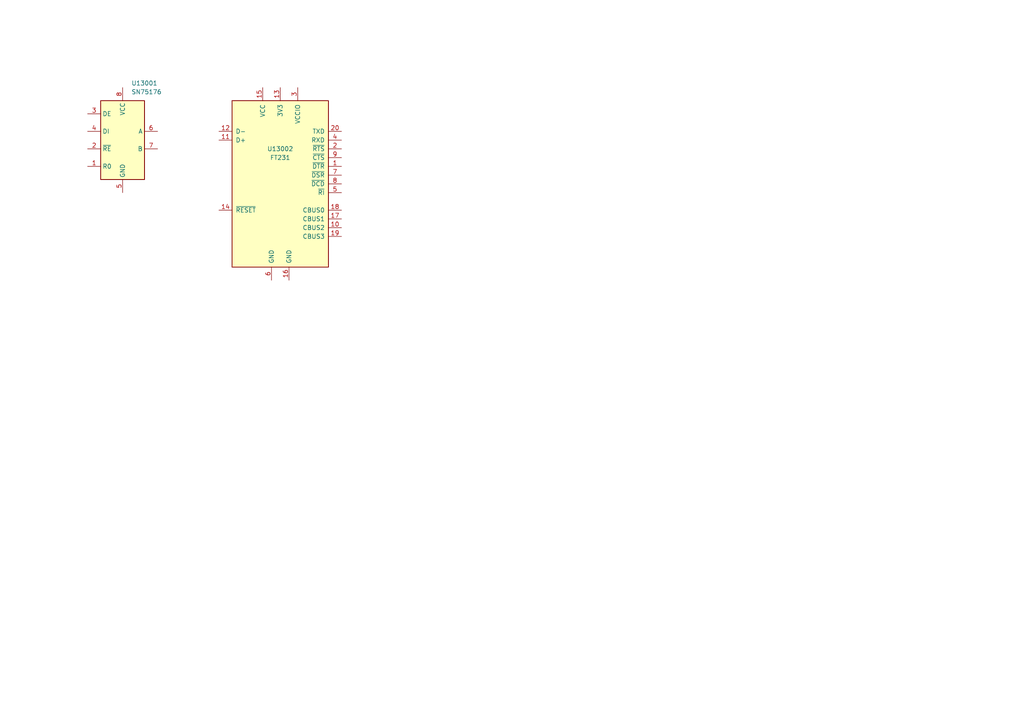
<source format=kicad_sch>
(kicad_sch
	(version 20231120)
	(generator "eeschema")
	(generator_version "8.0")
	(uuid "15275546-eaa0-4805-9eec-bf07e19b00c2")
	(paper "A4")
	(title_block
		(title "Lily KiCad Library test")
		(date "2024-07-01")
		(rev "1")
		(company "LilyTronics")
	)
	(lib_symbols
		(symbol "lily_symbols:ic_transceiver_rs485_half_duplex_SN75176_soic8"
			(exclude_from_sim no)
			(in_bom yes)
			(on_board yes)
			(property "Reference" "U"
				(at 12.7 8.89 0)
				(effects
					(font
						(size 1.27 1.27)
					)
					(justify left)
				)
			)
			(property "Value" "SN75176"
				(at 12.7 6.35 0)
				(effects
					(font
						(size 1.27 1.27)
					)
					(justify left)
				)
			)
			(property "Footprint" "lily_footprints:soic8"
				(at 10.16 -40.64 0)
				(effects
					(font
						(size 1.27 1.27)
					)
					(hide yes)
				)
			)
			(property "Datasheet" ""
				(at 0 0 0)
				(effects
					(font
						(size 1.27 1.27)
					)
					(hide yes)
				)
			)
			(property "Description" ""
				(at 0 0 0)
				(effects
					(font
						(size 1.27 1.27)
					)
					(hide yes)
				)
			)
			(property "Revision" "1"
				(at 10.16 -35.56 0)
				(effects
					(font
						(size 1.27 1.27)
					)
					(hide yes)
				)
			)
			(property "Status" "Active"
				(at 10.16 -38.1 0)
				(effects
					(font
						(size 1.27 1.27)
					)
					(hide yes)
				)
			)
			(property "Manufacturer" "Texas Instruments"
				(at 10.16 -43.18 0)
				(effects
					(font
						(size 1.27 1.27)
					)
					(hide yes)
				)
			)
			(property "Manufacturer_ID" "SN75176BDR"
				(at 10.16 -45.72 0)
				(effects
					(font
						(size 1.27 1.27)
					)
					(hide yes)
				)
			)
			(property "Lily_ID" "1914-10008"
				(at 10.16 -48.26 0)
				(effects
					(font
						(size 1.27 1.27)
					)
					(hide yes)
				)
			)
			(property "JLCPCB_ID" "C7063"
				(at 10.16 -50.8 0)
				(effects
					(font
						(size 1.27 1.27)
					)
					(hide yes)
				)
			)
			(property "JLCPCB_STATUS" "Extended preferred"
				(at 10.16 -53.34 0)
				(effects
					(font
						(size 1.27 1.27)
					)
					(hide yes)
				)
			)
			(symbol "ic_transceiver_rs485_half_duplex_SN75176_soic8_0_1"
				(rectangle
					(start 3.81 3.81)
					(end 16.51 -19.05)
					(stroke
						(width 0.254)
						(type default)
					)
					(fill
						(type background)
					)
				)
			)
			(symbol "ic_transceiver_rs485_half_duplex_SN75176_soic8_1_1"
				(pin output line
					(at 0 -15.24 0)
					(length 3.81)
					(name "R0"
						(effects
							(font
								(size 1.27 1.27)
							)
						)
					)
					(number "1"
						(effects
							(font
								(size 1.27 1.27)
							)
						)
					)
				)
				(pin input line
					(at 0 -10.16 0)
					(length 3.81)
					(name "~{RE}"
						(effects
							(font
								(size 1.27 1.27)
							)
						)
					)
					(number "2"
						(effects
							(font
								(size 1.27 1.27)
							)
						)
					)
				)
				(pin input line
					(at 0 0 0)
					(length 3.81)
					(name "DE"
						(effects
							(font
								(size 1.27 1.27)
							)
						)
					)
					(number "3"
						(effects
							(font
								(size 1.27 1.27)
							)
						)
					)
				)
				(pin input line
					(at 0 -5.08 0)
					(length 3.81)
					(name "DI"
						(effects
							(font
								(size 1.27 1.27)
							)
						)
					)
					(number "4"
						(effects
							(font
								(size 1.27 1.27)
							)
						)
					)
				)
				(pin power_in line
					(at 10.16 -22.86 90)
					(length 3.81)
					(name "GND"
						(effects
							(font
								(size 1.27 1.27)
							)
						)
					)
					(number "5"
						(effects
							(font
								(size 1.27 1.27)
							)
						)
					)
				)
				(pin bidirectional line
					(at 20.32 -5.08 180)
					(length 3.81)
					(name "A"
						(effects
							(font
								(size 1.27 1.27)
							)
						)
					)
					(number "6"
						(effects
							(font
								(size 1.27 1.27)
							)
						)
					)
				)
				(pin bidirectional line
					(at 20.32 -10.16 180)
					(length 3.81)
					(name "B"
						(effects
							(font
								(size 1.27 1.27)
							)
						)
					)
					(number "7"
						(effects
							(font
								(size 1.27 1.27)
							)
						)
					)
				)
				(pin power_in line
					(at 10.16 7.62 270)
					(length 3.81)
					(name "VCC"
						(effects
							(font
								(size 1.27 1.27)
							)
						)
					)
					(number "8"
						(effects
							(font
								(size 1.27 1.27)
							)
						)
					)
				)
			)
		)
		(symbol "lily_symbols:ic_usb_to_serial_FT231_ssop20"
			(pin_names
				(offset 1.016)
			)
			(exclude_from_sim no)
			(in_bom yes)
			(on_board yes)
			(property "Reference" "U"
				(at 17.78 -5.08 0)
				(effects
					(font
						(size 1.27 1.27)
					)
				)
			)
			(property "Value" "FT231"
				(at 17.78 -7.62 0)
				(effects
					(font
						(size 1.27 1.27)
					)
				)
			)
			(property "Footprint" "lily_footprints:ssop20_pitch25_341x154_mil"
				(at 17.78 -60.96 0)
				(effects
					(font
						(size 1.27 1.27)
					)
					(hide yes)
				)
			)
			(property "Datasheet" ""
				(at 0 0 0)
				(effects
					(font
						(size 1.27 1.27)
					)
					(hide yes)
				)
			)
			(property "Description" ""
				(at 0 0 0)
				(effects
					(font
						(size 1.27 1.27)
					)
					(hide yes)
				)
			)
			(property "Revision" "1"
				(at 17.78 -55.88 0)
				(effects
					(font
						(size 1.27 1.27)
					)
					(hide yes)
				)
			)
			(property "Status" "Active"
				(at 17.78 -58.42 0)
				(effects
					(font
						(size 1.27 1.27)
					)
					(hide yes)
				)
			)
			(property "Manufacturer" "FTDI"
				(at 17.78 -63.5 0)
				(effects
					(font
						(size 1.27 1.27)
					)
					(hide yes)
				)
			)
			(property "Manufacturer_ID" "FT231XS-R"
				(at 17.78 -66.04 0)
				(effects
					(font
						(size 1.27 1.27)
					)
					(hide yes)
				)
			)
			(property "Lily_ID" "1914-10002"
				(at 17.78 -68.58 0)
				(effects
					(font
						(size 1.27 1.27)
					)
					(hide yes)
				)
			)
			(property "JLCPCB_ID" "C132160"
				(at 17.78 -71.12 0)
				(effects
					(font
						(size 1.27 1.27)
					)
					(hide yes)
				)
			)
			(property "JLCPCB_STATUS" "Extended"
				(at 17.78 -73.66 0)
				(effects
					(font
						(size 1.27 1.27)
					)
					(hide yes)
				)
			)
			(symbol "ic_usb_to_serial_FT231_ssop20_0_1"
				(rectangle
					(start 3.81 8.89)
					(end 31.75 -39.37)
					(stroke
						(width 0.254)
						(type default)
					)
					(fill
						(type background)
					)
				)
			)
			(symbol "ic_usb_to_serial_FT231_ssop20_1_1"
				(pin output line
					(at 35.56 -10.16 180)
					(length 3.81)
					(name "~{DTR}"
						(effects
							(font
								(size 1.27 1.27)
							)
						)
					)
					(number "1"
						(effects
							(font
								(size 1.27 1.27)
							)
						)
					)
				)
				(pin bidirectional line
					(at 35.56 -27.94 180)
					(length 3.81)
					(name "CBUS2"
						(effects
							(font
								(size 1.27 1.27)
							)
						)
					)
					(number "10"
						(effects
							(font
								(size 1.27 1.27)
							)
						)
					)
				)
				(pin bidirectional line
					(at 0 -2.54 0)
					(length 3.81)
					(name "D+"
						(effects
							(font
								(size 1.27 1.27)
							)
						)
					)
					(number "11"
						(effects
							(font
								(size 1.27 1.27)
							)
						)
					)
				)
				(pin bidirectional line
					(at 0 0 0)
					(length 3.81)
					(name "D-"
						(effects
							(font
								(size 1.27 1.27)
							)
						)
					)
					(number "12"
						(effects
							(font
								(size 1.27 1.27)
							)
						)
					)
				)
				(pin output line
					(at 17.78 12.7 270)
					(length 3.81)
					(name "3V3"
						(effects
							(font
								(size 1.27 1.27)
							)
						)
					)
					(number "13"
						(effects
							(font
								(size 1.27 1.27)
							)
						)
					)
				)
				(pin input line
					(at 0 -22.86 0)
					(length 3.81)
					(name "~{RESET}"
						(effects
							(font
								(size 1.27 1.27)
							)
						)
					)
					(number "14"
						(effects
							(font
								(size 1.27 1.27)
							)
						)
					)
				)
				(pin power_in line
					(at 12.7 12.7 270)
					(length 3.81)
					(name "VCC"
						(effects
							(font
								(size 1.27 1.27)
							)
						)
					)
					(number "15"
						(effects
							(font
								(size 1.27 1.27)
							)
						)
					)
				)
				(pin power_in line
					(at 20.32 -43.18 90)
					(length 3.81)
					(name "GND"
						(effects
							(font
								(size 1.27 1.27)
							)
						)
					)
					(number "16"
						(effects
							(font
								(size 1.27 1.27)
							)
						)
					)
				)
				(pin bidirectional line
					(at 35.56 -25.4 180)
					(length 3.81)
					(name "CBUS1"
						(effects
							(font
								(size 1.27 1.27)
							)
						)
					)
					(number "17"
						(effects
							(font
								(size 1.27 1.27)
							)
						)
					)
				)
				(pin bidirectional line
					(at 35.56 -22.86 180)
					(length 3.81)
					(name "CBUS0"
						(effects
							(font
								(size 1.27 1.27)
							)
						)
					)
					(number "18"
						(effects
							(font
								(size 1.27 1.27)
							)
						)
					)
				)
				(pin bidirectional line
					(at 35.56 -30.48 180)
					(length 3.81)
					(name "CBUS3"
						(effects
							(font
								(size 1.27 1.27)
							)
						)
					)
					(number "19"
						(effects
							(font
								(size 1.27 1.27)
							)
						)
					)
				)
				(pin output line
					(at 35.56 -5.08 180)
					(length 3.81)
					(name "~{RTS}"
						(effects
							(font
								(size 1.27 1.27)
							)
						)
					)
					(number "2"
						(effects
							(font
								(size 1.27 1.27)
							)
						)
					)
				)
				(pin output line
					(at 35.56 0 180)
					(length 3.81)
					(name "TXD"
						(effects
							(font
								(size 1.27 1.27)
							)
						)
					)
					(number "20"
						(effects
							(font
								(size 1.27 1.27)
							)
						)
					)
				)
				(pin power_in line
					(at 22.86 12.7 270)
					(length 3.81)
					(name "VCCIO"
						(effects
							(font
								(size 1.27 1.27)
							)
						)
					)
					(number "3"
						(effects
							(font
								(size 1.27 1.27)
							)
						)
					)
				)
				(pin input line
					(at 35.56 -2.54 180)
					(length 3.81)
					(name "RXD"
						(effects
							(font
								(size 1.27 1.27)
							)
						)
					)
					(number "4"
						(effects
							(font
								(size 1.27 1.27)
							)
						)
					)
				)
				(pin input line
					(at 35.56 -17.78 180)
					(length 3.81)
					(name "~{RI}"
						(effects
							(font
								(size 1.27 1.27)
							)
						)
					)
					(number "5"
						(effects
							(font
								(size 1.27 1.27)
							)
						)
					)
				)
				(pin power_in line
					(at 15.24 -43.18 90)
					(length 3.81)
					(name "GND"
						(effects
							(font
								(size 1.27 1.27)
							)
						)
					)
					(number "6"
						(effects
							(font
								(size 1.27 1.27)
							)
						)
					)
				)
				(pin input line
					(at 35.56 -12.7 180)
					(length 3.81)
					(name "~{DSR}"
						(effects
							(font
								(size 1.27 1.27)
							)
						)
					)
					(number "7"
						(effects
							(font
								(size 1.27 1.27)
							)
						)
					)
				)
				(pin input line
					(at 35.56 -15.24 180)
					(length 3.81)
					(name "~{DCD}"
						(effects
							(font
								(size 1.27 1.27)
							)
						)
					)
					(number "8"
						(effects
							(font
								(size 1.27 1.27)
							)
						)
					)
				)
				(pin input line
					(at 35.56 -7.62 180)
					(length 3.81)
					(name "~{CTS}"
						(effects
							(font
								(size 1.27 1.27)
							)
						)
					)
					(number "9"
						(effects
							(font
								(size 1.27 1.27)
							)
						)
					)
				)
			)
		)
	)
	(symbol
		(lib_id "lily_symbols:ic_transceiver_rs485_half_duplex_SN75176_soic8")
		(at 25.4 33.02 0)
		(unit 1)
		(exclude_from_sim no)
		(in_bom yes)
		(on_board yes)
		(dnp no)
		(uuid "237b4107-7629-4f64-b07f-b2434ffae744")
		(property "Reference" "U13001"
			(at 38.1 24.13 0)
			(effects
				(font
					(size 1.27 1.27)
				)
				(justify left)
			)
		)
		(property "Value" "SN75176"
			(at 38.1 26.67 0)
			(effects
				(font
					(size 1.27 1.27)
				)
				(justify left)
			)
		)
		(property "Footprint" "lily_footprints:soic8"
			(at 35.56 73.66 0)
			(effects
				(font
					(size 1.27 1.27)
				)
				(hide yes)
			)
		)
		(property "Datasheet" ""
			(at 25.4 33.02 0)
			(effects
				(font
					(size 1.27 1.27)
				)
				(hide yes)
			)
		)
		(property "Description" ""
			(at 25.4 33.02 0)
			(effects
				(font
					(size 1.27 1.27)
				)
				(hide yes)
			)
		)
		(property "Revision" "1"
			(at 35.56 68.58 0)
			(effects
				(font
					(size 1.27 1.27)
				)
				(hide yes)
			)
		)
		(property "Status" "Active"
			(at 35.56 71.12 0)
			(effects
				(font
					(size 1.27 1.27)
				)
				(hide yes)
			)
		)
		(property "Manufacturer" "Texas Instruments"
			(at 35.56 76.2 0)
			(effects
				(font
					(size 1.27 1.27)
				)
				(hide yes)
			)
		)
		(property "Manufacturer_ID" "SN75176BDR"
			(at 35.56 78.74 0)
			(effects
				(font
					(size 1.27 1.27)
				)
				(hide yes)
			)
		)
		(property "Lily_ID" "1914-10008"
			(at 35.56 81.28 0)
			(effects
				(font
					(size 1.27 1.27)
				)
				(hide yes)
			)
		)
		(property "JLCPCB_ID" "C7063"
			(at 35.56 83.82 0)
			(effects
				(font
					(size 1.27 1.27)
				)
				(hide yes)
			)
		)
		(property "JLCPCB_STATUS" "Extended preferred"
			(at 35.56 86.36 0)
			(effects
				(font
					(size 1.27 1.27)
				)
				(hide yes)
			)
		)
		(pin "4"
			(uuid "b71f5cdd-beff-408d-b80b-d693da5fe604")
		)
		(pin "2"
			(uuid "98416e3d-529d-4a3b-ba58-bc4fbd0790c9")
		)
		(pin "8"
			(uuid "1ee3e99d-68e8-435f-9a2b-ef7d3b30974e")
		)
		(pin "3"
			(uuid "ccf657a4-27eb-46c0-953b-0e717f8388de")
		)
		(pin "1"
			(uuid "138d446d-9125-4b9c-9076-b219bc606c6a")
		)
		(pin "5"
			(uuid "870992f8-6002-406d-a483-13c642e29e90")
		)
		(pin "7"
			(uuid "eaf3fe8a-2690-4da8-9c4b-9a05950a36df")
		)
		(pin "6"
			(uuid "de3bafac-fcb8-4170-97ae-1ccdeabef916")
		)
		(instances
			(project "kicad_lib_test"
				(path "/032b8f2d-5c08-4381-9e3a-c197ca84e3c5/e12ad61a-1df8-4431-b529-c2075b837a06"
					(reference "U13001")
					(unit 1)
				)
			)
		)
	)
	(symbol
		(lib_id "lily_symbols:ic_usb_to_serial_FT231_ssop20")
		(at 63.5 38.1 0)
		(unit 1)
		(exclude_from_sim no)
		(in_bom yes)
		(on_board yes)
		(dnp no)
		(uuid "ee56913c-e305-4924-967b-1abf414f1fdb")
		(property "Reference" "U13002"
			(at 81.28 43.18 0)
			(effects
				(font
					(size 1.27 1.27)
				)
			)
		)
		(property "Value" "FT231"
			(at 81.28 45.72 0)
			(effects
				(font
					(size 1.27 1.27)
				)
			)
		)
		(property "Footprint" "lily_footprints:ssop20_pitch25_341x154_mil"
			(at 81.28 99.06 0)
			(effects
				(font
					(size 1.27 1.27)
				)
				(hide yes)
			)
		)
		(property "Datasheet" ""
			(at 63.5 38.1 0)
			(effects
				(font
					(size 1.27 1.27)
				)
				(hide yes)
			)
		)
		(property "Description" ""
			(at 63.5 38.1 0)
			(effects
				(font
					(size 1.27 1.27)
				)
				(hide yes)
			)
		)
		(property "Revision" "1"
			(at 81.28 93.98 0)
			(effects
				(font
					(size 1.27 1.27)
				)
				(hide yes)
			)
		)
		(property "Status" "Active"
			(at 81.28 96.52 0)
			(effects
				(font
					(size 1.27 1.27)
				)
				(hide yes)
			)
		)
		(property "Manufacturer" "FTDI"
			(at 81.28 101.6 0)
			(effects
				(font
					(size 1.27 1.27)
				)
				(hide yes)
			)
		)
		(property "Manufacturer_ID" "FT231XS-R"
			(at 81.28 104.14 0)
			(effects
				(font
					(size 1.27 1.27)
				)
				(hide yes)
			)
		)
		(property "Lily_ID" "1914-10002"
			(at 81.28 106.68 0)
			(effects
				(font
					(size 1.27 1.27)
				)
				(hide yes)
			)
		)
		(property "JLCPCB_ID" "C132160"
			(at 81.28 109.22 0)
			(effects
				(font
					(size 1.27 1.27)
				)
				(hide yes)
			)
		)
		(property "JLCPCB_STATUS" "Extended"
			(at 81.28 111.76 0)
			(effects
				(font
					(size 1.27 1.27)
				)
				(hide yes)
			)
		)
		(pin "13"
			(uuid "acba315b-f987-4e85-b423-b7c1adc7fae2")
		)
		(pin "16"
			(uuid "ae139ab3-85be-4e52-a4d8-90bb1039a4d4")
		)
		(pin "19"
			(uuid "6049f54c-10a5-4a34-a537-7235153779d3")
		)
		(pin "5"
			(uuid "0f735267-7d28-4b9f-b9ea-dd4b72277110")
		)
		(pin "12"
			(uuid "9e016cbd-5690-44ae-8467-147e59c7816d")
		)
		(pin "4"
			(uuid "3a47dd73-7d70-43cf-986d-d26eed8e24d9")
		)
		(pin "10"
			(uuid "08b81d1a-5027-46c3-8c0e-69d9d31765c5")
		)
		(pin "7"
			(uuid "05cbe815-f944-4aaf-bf6b-630fec23ded0")
		)
		(pin "6"
			(uuid "be5ae3eb-59fa-4432-ac7a-3bbea11011e8")
		)
		(pin "8"
			(uuid "6a87c466-c303-4b67-8135-bb7938c4a156")
		)
		(pin "9"
			(uuid "fdd4ab14-e11b-456e-9b7c-f249be866f56")
		)
		(pin "2"
			(uuid "70ba77ce-0b14-4947-ae0d-dd9c24d456a4")
		)
		(pin "1"
			(uuid "232bb216-8668-4e53-8a4e-707704d7260f")
		)
		(pin "11"
			(uuid "15a36ca0-e905-42ef-864e-bd5b14280f32")
		)
		(pin "3"
			(uuid "e1d48ad2-ccc3-4220-8c69-9244fb4d391f")
		)
		(pin "14"
			(uuid "498cce96-e750-45dd-815c-d7d524dca6dd")
		)
		(pin "17"
			(uuid "54ad824a-279c-4676-b8cd-11ade62a058e")
		)
		(pin "20"
			(uuid "85a729bd-1722-473e-b0e4-10b6e0d97c69")
		)
		(pin "18"
			(uuid "2d29dfe1-a368-412e-b616-1c5605b44568")
		)
		(pin "15"
			(uuid "2f275fbb-9893-4a55-9a8e-4d7ef9860021")
		)
		(instances
			(project "kicad_lib_test"
				(path "/032b8f2d-5c08-4381-9e3a-c197ca84e3c5/e12ad61a-1df8-4431-b529-c2075b837a06"
					(reference "U13002")
					(unit 1)
				)
			)
		)
	)
)
</source>
